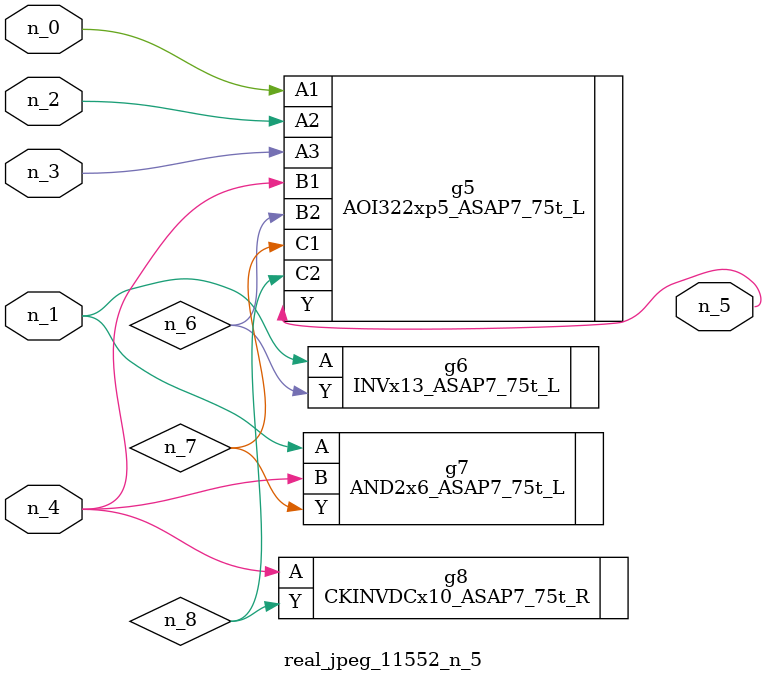
<source format=v>
module real_jpeg_11552_n_5 (n_4, n_0, n_1, n_2, n_3, n_5);

input n_4;
input n_0;
input n_1;
input n_2;
input n_3;

output n_5;

wire n_8;
wire n_6;
wire n_7;

AOI322xp5_ASAP7_75t_L g5 ( 
.A1(n_0),
.A2(n_2),
.A3(n_3),
.B1(n_4),
.B2(n_6),
.C1(n_7),
.C2(n_8),
.Y(n_5)
);

INVx13_ASAP7_75t_L g6 ( 
.A(n_1),
.Y(n_6)
);

AND2x6_ASAP7_75t_L g7 ( 
.A(n_1),
.B(n_4),
.Y(n_7)
);

CKINVDCx10_ASAP7_75t_R g8 ( 
.A(n_4),
.Y(n_8)
);


endmodule
</source>
